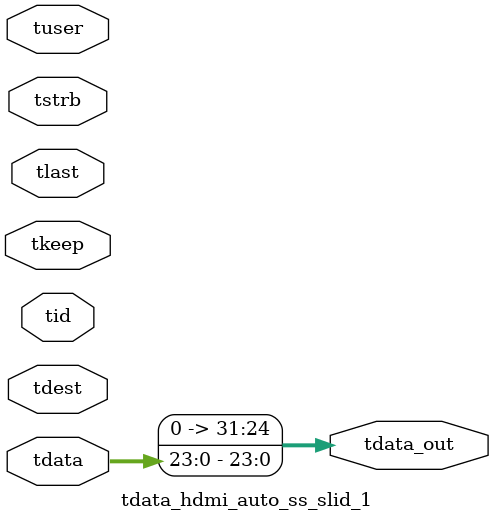
<source format=v>


`timescale 1ps/1ps

module tdata_hdmi_auto_ss_slid_1 #
(
parameter C_S_AXIS_TDATA_WIDTH = 32,
parameter C_S_AXIS_TUSER_WIDTH = 0,
parameter C_S_AXIS_TID_WIDTH   = 0,
parameter C_S_AXIS_TDEST_WIDTH = 0,
parameter C_M_AXIS_TDATA_WIDTH = 32
)
(
input  [(C_S_AXIS_TDATA_WIDTH == 0 ? 1 : C_S_AXIS_TDATA_WIDTH)-1:0     ] tdata,
input  [(C_S_AXIS_TUSER_WIDTH == 0 ? 1 : C_S_AXIS_TUSER_WIDTH)-1:0     ] tuser,
input  [(C_S_AXIS_TID_WIDTH   == 0 ? 1 : C_S_AXIS_TID_WIDTH)-1:0       ] tid,
input  [(C_S_AXIS_TDEST_WIDTH == 0 ? 1 : C_S_AXIS_TDEST_WIDTH)-1:0     ] tdest,
input  [(C_S_AXIS_TDATA_WIDTH/8)-1:0 ] tkeep,
input  [(C_S_AXIS_TDATA_WIDTH/8)-1:0 ] tstrb,
input                                                                    tlast,
output [C_M_AXIS_TDATA_WIDTH-1:0] tdata_out
);

assign tdata_out = {tdata[23:0]};

endmodule


</source>
